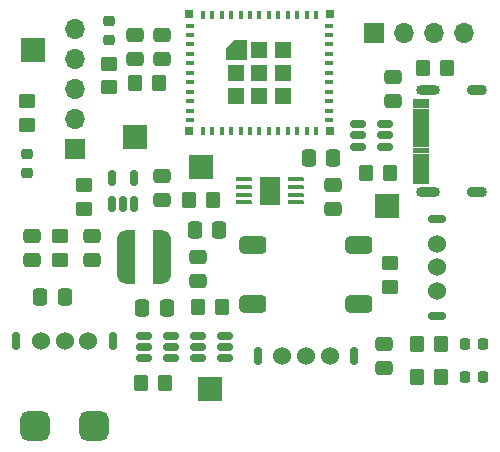
<source format=gbr>
%TF.GenerationSoftware,KiCad,Pcbnew,(6.0.10)*%
%TF.CreationDate,2023-02-27T19:56:58-05:00*%
%TF.ProjectId,ECG_2.0,4543475f-322e-4302-9e6b-696361645f70,rev?*%
%TF.SameCoordinates,Original*%
%TF.FileFunction,Soldermask,Top*%
%TF.FilePolarity,Negative*%
%FSLAX46Y46*%
G04 Gerber Fmt 4.6, Leading zero omitted, Abs format (unit mm)*
G04 Created by KiCad (PCBNEW (6.0.10)) date 2023-02-27 19:56:58*
%MOMM*%
%LPD*%
G01*
G04 APERTURE LIST*
G04 Aperture macros list*
%AMRoundRect*
0 Rectangle with rounded corners*
0 $1 Rounding radius*
0 $2 $3 $4 $5 $6 $7 $8 $9 X,Y pos of 4 corners*
0 Add a 4 corners polygon primitive as box body*
4,1,4,$2,$3,$4,$5,$6,$7,$8,$9,$2,$3,0*
0 Add four circle primitives for the rounded corners*
1,1,$1+$1,$2,$3*
1,1,$1+$1,$4,$5*
1,1,$1+$1,$6,$7*
1,1,$1+$1,$8,$9*
0 Add four rect primitives between the rounded corners*
20,1,$1+$1,$2,$3,$4,$5,0*
20,1,$1+$1,$4,$5,$6,$7,0*
20,1,$1+$1,$6,$7,$8,$9,0*
20,1,$1+$1,$8,$9,$2,$3,0*%
%AMFreePoly0*
4,1,19,-2.250000,0.000000,-2.234168,0.154524,-2.178607,0.322035,-2.086000,0.472272,-1.961315,0.597174,-1.811240,0.690043,-1.643826,0.745897,-1.488000,0.762000,1.488000,0.762000,1.642524,0.746168,1.810035,0.690607,1.960272,0.598000,2.085174,0.473315,2.178043,0.323240,2.233897,0.155826,2.250000,0.000000,2.250000,-0.762000,-2.250000,-0.762000,-2.250000,0.000000,-2.250000,0.000000,
$1*%
%AMFreePoly1*
4,1,19,-2.250000,0.762000,2.250000,0.762000,2.250000,0.000000,2.234168,-0.154524,2.178607,-0.322035,2.086000,-0.472272,1.961315,-0.597174,1.811240,-0.690043,1.643826,-0.745897,1.488000,-0.762000,-1.488000,-0.762000,-1.642524,-0.746168,-1.810035,-0.690607,-1.960272,-0.598000,-2.085174,-0.473315,-2.178043,-0.323240,-2.233897,-0.155826,-2.250000,0.000000,-2.250000,0.762000,-2.250000,0.762000,
$1*%
G04 Aperture macros list end*
%ADD10C,0.010000*%
%ADD11R,1.700000X1.700000*%
%ADD12O,1.700000X1.700000*%
%ADD13RoundRect,0.150000X0.512500X0.150000X-0.512500X0.150000X-0.512500X-0.150000X0.512500X-0.150000X0*%
%ADD14R,1.730000X2.360000*%
%ADD15RoundRect,0.087500X-0.587500X-0.087500X0.587500X-0.087500X0.587500X0.087500X-0.587500X0.087500X0*%
%ADD16FreePoly0,270.000000*%
%ADD17FreePoly1,270.000000*%
%ADD18RoundRect,0.250000X0.350000X0.450000X-0.350000X0.450000X-0.350000X-0.450000X0.350000X-0.450000X0*%
%ADD19RoundRect,0.250000X-0.475000X0.337500X-0.475000X-0.337500X0.475000X-0.337500X0.475000X0.337500X0*%
%ADD20RoundRect,0.250000X-0.450000X0.350000X-0.450000X-0.350000X0.450000X-0.350000X0.450000X0.350000X0*%
%ADD21RoundRect,0.150000X0.150000X-0.512500X0.150000X0.512500X-0.150000X0.512500X-0.150000X-0.512500X0*%
%ADD22R,0.800000X0.400000*%
%ADD23R,0.400000X0.800000*%
%ADD24R,1.450000X1.450000*%
%ADD25R,0.700000X0.700000*%
%ADD26O,0.750000X1.550000*%
%ADD27C,1.524000*%
%ADD28RoundRect,0.250000X0.450000X-0.350000X0.450000X0.350000X-0.450000X0.350000X-0.450000X-0.350000X0*%
%ADD29RoundRect,0.250000X-0.337500X-0.475000X0.337500X-0.475000X0.337500X0.475000X-0.337500X0.475000X0*%
%ADD30RoundRect,0.381000X0.762000X0.381000X-0.762000X0.381000X-0.762000X-0.381000X0.762000X-0.381000X0*%
%ADD31O,1.550000X0.750000*%
%ADD32R,2.000000X2.000000*%
%ADD33RoundRect,0.250000X-0.350000X-0.450000X0.350000X-0.450000X0.350000X0.450000X-0.350000X0.450000X0*%
%ADD34O,2.000000X0.900000*%
%ADD35O,1.700000X0.900000*%
%ADD36RoundRect,0.218750X0.218750X0.256250X-0.218750X0.256250X-0.218750X-0.256250X0.218750X-0.256250X0*%
%ADD37RoundRect,0.250000X0.475000X-0.337500X0.475000X0.337500X-0.475000X0.337500X-0.475000X-0.337500X0*%
%ADD38RoundRect,0.218750X0.256250X-0.218750X0.256250X0.218750X-0.256250X0.218750X-0.256250X-0.218750X0*%
%ADD39RoundRect,0.218750X-0.256250X0.218750X-0.256250X-0.218750X0.256250X-0.218750X0.256250X0.218750X0*%
%ADD40RoundRect,0.250000X0.337500X0.475000X-0.337500X0.475000X-0.337500X-0.475000X0.337500X-0.475000X0*%
%ADD41RoundRect,0.625000X-0.625000X-0.625000X0.625000X-0.625000X0.625000X0.625000X-0.625000X0.625000X0*%
G04 APERTURE END LIST*
%TO.C,U10*%
G36*
X234435000Y-79274000D02*
G01*
X232785000Y-79274000D01*
X232785000Y-78284000D01*
X233445000Y-77624000D01*
X234435000Y-77624000D01*
X234435000Y-79274000D01*
G37*
D10*
X234435000Y-79274000D02*
X232785000Y-79274000D01*
X232785000Y-78284000D01*
X233445000Y-77624000D01*
X234435000Y-77624000D01*
X234435000Y-79274000D01*
%TO.C,U9*%
G36*
X249865500Y-87155000D02*
G01*
X248625500Y-87155000D01*
X248625500Y-86755000D01*
X249865500Y-86755000D01*
X249865500Y-87155000D01*
G37*
X249865500Y-87155000D02*
X248625500Y-87155000D01*
X248625500Y-86755000D01*
X249865500Y-86755000D01*
X249865500Y-87155000D01*
G36*
X249865500Y-88955000D02*
G01*
X248625500Y-88955000D01*
X248625500Y-88255000D01*
X249865500Y-88255000D01*
X249865500Y-88955000D01*
G37*
X249865500Y-88955000D02*
X248625500Y-88955000D01*
X248625500Y-88255000D01*
X249865500Y-88255000D01*
X249865500Y-88955000D01*
G36*
X249865500Y-89755000D02*
G01*
X248625500Y-89755000D01*
X248625500Y-89055000D01*
X249865500Y-89055000D01*
X249865500Y-89755000D01*
G37*
X249865500Y-89755000D02*
X248625500Y-89755000D01*
X248625500Y-89055000D01*
X249865500Y-89055000D01*
X249865500Y-89755000D01*
G36*
X249865500Y-86155000D02*
G01*
X248625500Y-86155000D01*
X248625500Y-85755000D01*
X249865500Y-85755000D01*
X249865500Y-86155000D01*
G37*
X249865500Y-86155000D02*
X248625500Y-86155000D01*
X248625500Y-85755000D01*
X249865500Y-85755000D01*
X249865500Y-86155000D01*
G36*
X249865500Y-86655000D02*
G01*
X248625500Y-86655000D01*
X248625500Y-86255000D01*
X249865500Y-86255000D01*
X249865500Y-86655000D01*
G37*
X249865500Y-86655000D02*
X248625500Y-86655000D01*
X248625500Y-86255000D01*
X249865500Y-86255000D01*
X249865500Y-86655000D01*
G36*
X249865500Y-88155000D02*
G01*
X248625500Y-88155000D01*
X248625500Y-87755000D01*
X249865500Y-87755000D01*
X249865500Y-88155000D01*
G37*
X249865500Y-88155000D02*
X248625500Y-88155000D01*
X248625500Y-87755000D01*
X249865500Y-87755000D01*
X249865500Y-88155000D01*
G36*
X249865500Y-84155000D02*
G01*
X248625500Y-84155000D01*
X248625500Y-83455000D01*
X249865500Y-83455000D01*
X249865500Y-84155000D01*
G37*
X249865500Y-84155000D02*
X248625500Y-84155000D01*
X248625500Y-83455000D01*
X249865500Y-83455000D01*
X249865500Y-84155000D01*
G36*
X249865500Y-87655000D02*
G01*
X248625500Y-87655000D01*
X248625500Y-87255000D01*
X249865500Y-87255000D01*
X249865500Y-87655000D01*
G37*
X249865500Y-87655000D02*
X248625500Y-87655000D01*
X248625500Y-87255000D01*
X249865500Y-87255000D01*
X249865500Y-87655000D01*
G36*
X249865500Y-85155000D02*
G01*
X248625500Y-85155000D01*
X248625500Y-84755000D01*
X249865500Y-84755000D01*
X249865500Y-85155000D01*
G37*
X249865500Y-85155000D02*
X248625500Y-85155000D01*
X248625500Y-84755000D01*
X249865500Y-84755000D01*
X249865500Y-85155000D01*
G36*
X249865500Y-85655000D02*
G01*
X248625500Y-85655000D01*
X248625500Y-85255000D01*
X249865500Y-85255000D01*
X249865500Y-85655000D01*
G37*
X249865500Y-85655000D02*
X248625500Y-85655000D01*
X248625500Y-85255000D01*
X249865500Y-85255000D01*
X249865500Y-85655000D01*
G36*
X249865500Y-84655000D02*
G01*
X248625500Y-84655000D01*
X248625500Y-84255000D01*
X249865500Y-84255000D01*
X249865500Y-84655000D01*
G37*
X249865500Y-84655000D02*
X248625500Y-84655000D01*
X248625500Y-84255000D01*
X249865500Y-84255000D01*
X249865500Y-84655000D01*
G36*
X249865500Y-83355000D02*
G01*
X248625500Y-83355000D01*
X248625500Y-82655000D01*
X249865500Y-82655000D01*
X249865500Y-83355000D01*
G37*
X249865500Y-83355000D02*
X248625500Y-83355000D01*
X248625500Y-82655000D01*
X249865500Y-82655000D01*
X249865500Y-83355000D01*
%TD*%
D11*
%TO.C,J1*%
X219964000Y-86863000D03*
D12*
X219964000Y-84323000D03*
X219964000Y-81783000D03*
X219964000Y-79243000D03*
X219964000Y-76703000D03*
%TD*%
D13*
%TO.C,U11*%
X232664000Y-104582000D03*
X232664000Y-103632000D03*
X232664000Y-102682000D03*
X230389000Y-102682000D03*
X230389000Y-103632000D03*
X230389000Y-104582000D03*
%TD*%
D14*
%TO.C,U2*%
X236474000Y-90424000D03*
D15*
X234299000Y-89449000D03*
X234299000Y-90099000D03*
X234299000Y-90749000D03*
X234299000Y-91399000D03*
X238649000Y-91399000D03*
X238649000Y-90749000D03*
X238649000Y-90099000D03*
X238649000Y-89449000D03*
%TD*%
D16*
%TO.C,L1*%
X227306000Y-96012000D03*
D17*
X224306000Y-96012000D03*
%TD*%
D18*
%TO.C,R11*%
X227568000Y-106680000D03*
X225568000Y-106680000D03*
%TD*%
D19*
%TO.C,C12*%
X241808000Y-89894500D03*
X241808000Y-91969500D03*
%TD*%
D20*
%TO.C,R4*%
X215900000Y-82820000D03*
X215900000Y-84820000D03*
%TD*%
D21*
%TO.C,U6*%
X223078000Y-91561500D03*
X224028000Y-91561500D03*
X224978000Y-91561500D03*
X224978000Y-89286500D03*
X223078000Y-89286500D03*
%TD*%
D18*
%TO.C,R3*%
X250936000Y-106199000D03*
X248936000Y-106199000D03*
%TD*%
D19*
%TO.C,C13*%
X230378000Y-95990500D03*
X230378000Y-98065500D03*
%TD*%
D22*
%TO.C,U10*%
X229685000Y-76424000D03*
X229685000Y-77224000D03*
X229685000Y-78024000D03*
X229685000Y-78824000D03*
X229685000Y-79624000D03*
X229685000Y-80424000D03*
X229685000Y-81224000D03*
X229685000Y-82024000D03*
X229685000Y-82824000D03*
X229685000Y-83624000D03*
X229685000Y-84424000D03*
D23*
X230785000Y-85324000D03*
X231585000Y-85324000D03*
X232385000Y-85324000D03*
X233185000Y-85324000D03*
X233985000Y-85324000D03*
X234785000Y-85324000D03*
X235585000Y-85324000D03*
X236385000Y-85324000D03*
X237185000Y-85324000D03*
X237985000Y-85324000D03*
X238785000Y-85324000D03*
X239585000Y-85324000D03*
X240385000Y-85324000D03*
D22*
X241485000Y-84424000D03*
X241485000Y-83624000D03*
X241485000Y-82824000D03*
X241485000Y-82024000D03*
X241485000Y-81224000D03*
X241485000Y-80424000D03*
X241485000Y-79624000D03*
X241485000Y-78824000D03*
X241485000Y-78024000D03*
X241485000Y-77224000D03*
X241485000Y-76424000D03*
D23*
X240385000Y-75524000D03*
X239585000Y-75524000D03*
X238785000Y-75524000D03*
X237985000Y-75524000D03*
X237185000Y-75524000D03*
X236385000Y-75524000D03*
X235585000Y-75524000D03*
X234785000Y-75524000D03*
X233985000Y-75524000D03*
X233185000Y-75524000D03*
X232385000Y-75524000D03*
X231585000Y-75524000D03*
X230785000Y-75524000D03*
D24*
X235585000Y-80424000D03*
X233610000Y-80424000D03*
X237560000Y-78449000D03*
X233610000Y-82399000D03*
X237560000Y-80424000D03*
X235585000Y-82399000D03*
X235585000Y-78449000D03*
X237560000Y-82399000D03*
D25*
X241535000Y-75474000D03*
X241535000Y-85374000D03*
X229635000Y-85374000D03*
X229635000Y-75474000D03*
%TD*%
D18*
%TO.C,R10*%
X251428000Y-80010000D03*
X249428000Y-80010000D03*
%TD*%
D26*
%TO.C,U7*%
X235422000Y-104394000D03*
X243622000Y-104394000D03*
D27*
X237522000Y-104394000D03*
X239522000Y-104394000D03*
X241522000Y-104394000D03*
%TD*%
D28*
%TO.C,R1*%
X246634000Y-98536000D03*
X246634000Y-96536000D03*
%TD*%
D29*
%TO.C,C1*%
X230102500Y-93726000D03*
X232177500Y-93726000D03*
%TD*%
D30*
%TO.C,U8*%
X244022000Y-100036000D03*
X244022000Y-95036000D03*
X235022000Y-100036000D03*
X235022000Y-95036000D03*
%TD*%
D29*
%TO.C,C4*%
X225663000Y-100330000D03*
X227738000Y-100330000D03*
%TD*%
D31*
%TO.C,U5*%
X250577000Y-100976000D03*
X250577000Y-92776000D03*
D27*
X250577000Y-98876000D03*
X250577000Y-96876000D03*
X250577000Y-94876000D03*
%TD*%
D32*
%TO.C,5V*%
X246380000Y-91694000D03*
%TD*%
%TO.C,GND*%
X231394000Y-107188000D03*
%TD*%
D29*
%TO.C,C5*%
X217021500Y-99441000D03*
X219096500Y-99441000D03*
%TD*%
D11*
%TO.C,J2*%
X245247000Y-77089000D03*
D12*
X247787000Y-77089000D03*
X250327000Y-77089000D03*
X252867000Y-77089000D03*
%TD*%
D33*
%TO.C,R8*%
X225060000Y-81280000D03*
X227060000Y-81280000D03*
%TD*%
D19*
%TO.C,C6*%
X227330000Y-89132500D03*
X227330000Y-91207500D03*
%TD*%
D34*
%TO.C,U9*%
X249825500Y-81880000D03*
X249825500Y-90530000D03*
D35*
X253995500Y-90530000D03*
X253995500Y-81880000D03*
%TD*%
D36*
%TO.C,D2*%
X254533500Y-106172000D03*
X252958500Y-106172000D03*
%TD*%
%TO.C,D1*%
X254533500Y-103378000D03*
X252958500Y-103378000D03*
%TD*%
D18*
%TO.C,Rprog1*%
X231632000Y-91186000D03*
X229632000Y-91186000D03*
%TD*%
D37*
%TO.C,C8*%
X216352500Y-96287500D03*
X216352500Y-94212500D03*
%TD*%
D38*
%TO.C,D3*%
X215900000Y-88900000D03*
X215900000Y-87325000D03*
%TD*%
D26*
%TO.C,U4*%
X223202000Y-103124000D03*
X215002000Y-103124000D03*
D27*
X217102000Y-103124000D03*
X219102000Y-103124000D03*
X221102000Y-103124000D03*
%TD*%
D18*
%TO.C,R12*%
X232394000Y-100264000D03*
X230394000Y-100264000D03*
%TD*%
D13*
%TO.C,U3*%
X246231500Y-86675000D03*
X246231500Y-85725000D03*
X246231500Y-84775000D03*
X243956500Y-84775000D03*
X243956500Y-85725000D03*
X243956500Y-86675000D03*
%TD*%
D28*
%TO.C,R6*%
X220726000Y-91932000D03*
X220726000Y-89932000D03*
%TD*%
D39*
%TO.C,D4*%
X222885000Y-76047500D03*
X222885000Y-77622500D03*
%TD*%
D28*
%TO.C,R5*%
X218694000Y-96250000D03*
X218694000Y-94250000D03*
%TD*%
D19*
%TO.C,C2*%
X246126000Y-103356500D03*
X246126000Y-105431500D03*
%TD*%
D18*
%TO.C,R2*%
X250936000Y-103378000D03*
X248936000Y-103378000D03*
%TD*%
%TO.C,R9*%
X246602000Y-88900000D03*
X244602000Y-88900000D03*
%TD*%
D32*
%TO.C,OUT*%
X230632000Y-88392000D03*
%TD*%
D37*
%TO.C,C9*%
X225044000Y-79269500D03*
X225044000Y-77194500D03*
%TD*%
D32*
%TO.C,4V*%
X225044000Y-85852000D03*
%TD*%
%TO.C,3V3*%
X216408000Y-78486000D03*
%TD*%
D37*
%TO.C,C10*%
X227330000Y-79269500D03*
X227330000Y-77194500D03*
%TD*%
D13*
%TO.C,U12*%
X228092000Y-104582000D03*
X228092000Y-103632000D03*
X228092000Y-102682000D03*
X225817000Y-102682000D03*
X225817000Y-103632000D03*
X225817000Y-104582000D03*
%TD*%
D37*
%TO.C,C7*%
X221385000Y-96287500D03*
X221385000Y-94212500D03*
%TD*%
D40*
%TO.C,C3*%
X241829500Y-87630000D03*
X239754500Y-87630000D03*
%TD*%
D28*
%TO.C,R7*%
X222885000Y-81645000D03*
X222885000Y-79645000D03*
%TD*%
D41*
%TO.C,U1*%
X216575000Y-110363000D03*
X221575000Y-110363000D03*
%TD*%
D37*
%TO.C,C11*%
X246872000Y-82825500D03*
X246872000Y-80750500D03*
%TD*%
M02*

</source>
